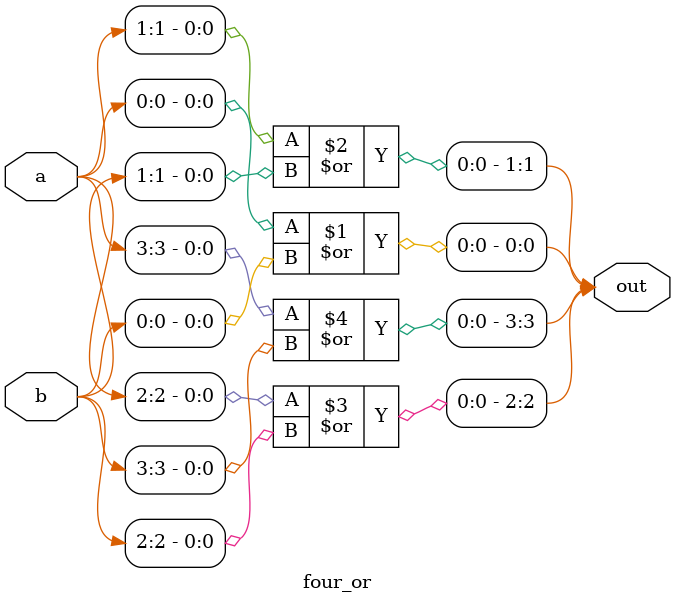
<source format=v>
`timescale 1ns / 1ps

module four_or(a, b, out);

input [3:0]a;
input [3:0]b;
output [3:0]out;

or zero(out[0], a[0], b[0]);
or one(out[1], a[1], b[1]);
or two(out[2], a[2], b[2]);
or three(out[3], a[3], b[3]);

endmodule
// When 0000 and 0000 at end, get 1111. Why?
</source>
